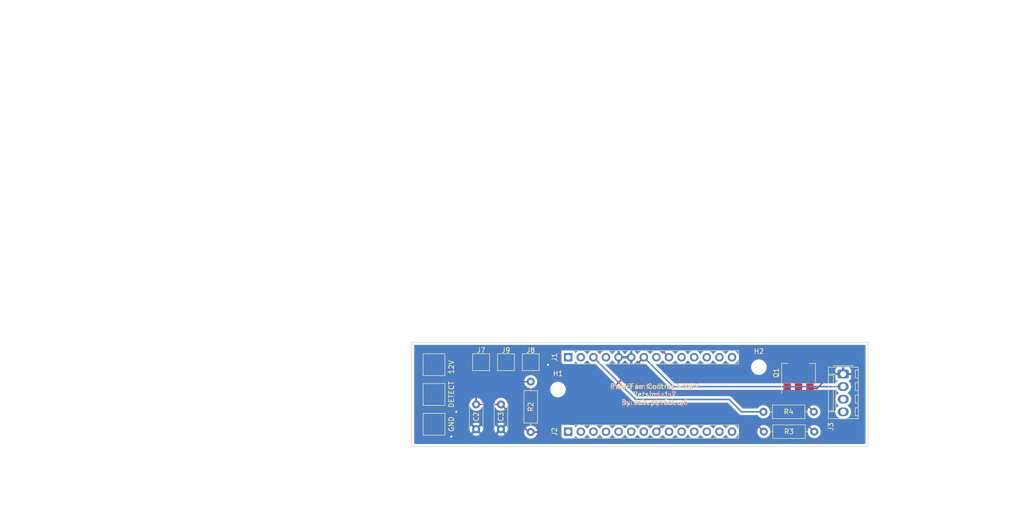
<source format=kicad_pcb>
(kicad_pcb (version 20211014) (generator pcbnew)
  (title_block (title "PWM PC Fan Controller") (date "2022-10-16") (rev "1.2") (company "Personal") (comment 1 "By Joseph Gozum") (comment 2 "PCB Fan Controller for PC Fans (3/4-pin)"))
  (layers (0 "F.Cu" signal) (31 "B.Cu" signal) (34 "B.Paste" user) (35 "F.Paste" user) (36 "B.SilkS" user "B.Silkscreen") (37 "F.SilkS" user "F.Silkscreen") (38 "B.Mask" user) (39 "F.Mask" user) (44 "Edge.Cuts" user))
  (net 0 "")
  (net 1 "+12V")
  (net 2 "/OC0A")
  (net 3 "/Control")
  (net 4 "+3V3")
  (net 5 "GND")
  (net 10 "/AD0")
  (net 29 "/Sense")
  (net 30 "/RPOT_IN")
  (net 31 "/OC0A_B")
  (footprint "Connector_Molex:Molex_KK-254_AE-6410-04A_1x04_P2.54mm_Vertical" (layer "F.Cu") (at 188.5 92.38 -90)
    (fp_text reference "J3" (at 10.62 2.5 90) (layer "F.SilkS"))
    (fp_text value "Conn_01x04_Female")
    (fp_line (start -0.8 -3.03) (end -0.8 -2.43) (layer "F.SilkS") (width 0.12))
    (fp_line (start -1.38 -3.03) (end -1.38 2.99) (layer "F.SilkS") (width 0.12))
    (fp_line (start 9 -3.03) (end -1.38 -3.03) (layer "F.SilkS") (width 0.12))
    (fp_line (start 5.88 -2.43) (end 5.88 -3.03) (layer "F.SilkS") (width 0.12))
    (fp_line (start -1.38 2.99) (end 9 2.99) (layer "F.SilkS") (width 0.12))
    (fp_line (start 8.42 -2.43) (end 8.42 -3.03) (layer "F.SilkS") (width 0.12))
    (fp_line (start 0 1.99) (end 0.25 1.46) (layer "F.SilkS") (width 0.12))
    (fp_line (start 3.34 -2.43) (end 3.34 -3.03) (layer "F.SilkS") (width 0.12))
    (fp_line (start 4.28 -2.43) (end 5.88 -2.43) (layer "F.SilkS") (width 0.12))
    (fp_line (start 1.74 -2.43) (end 3.34 -2.43) (layer "F.SilkS") (width 0.12))
    (fp_line (start 1.74 -3.03) (end 1.74 -2.43) (layer "F.SilkS") (width 0.12))
    (fp_line (start -1.67 -2) (end -1.67 2) (layer "F.SilkS") (width 0.12))
    (fp_line (start 9 2.99) (end 9 -3.03) (layer "F.SilkS") (width 0.12))
    (fp_line (start 0.25 1.46) (end 7.37 1.46) (layer "F.SilkS") (width 0.12))
    (fp_line (start 4.28 -3.03) (end 4.28 -2.43) (layer "F.SilkS") (width 0.12))
    (fp_line (start 0 2.99) (end 0 1.99) (layer "F.SilkS") (width 0.12))
    (fp_line (start 0 1.99) (end 7.62 1.99) (layer "F.SilkS") (width 0.12))
    (fp_line (start 0.8 -2.43) (end 0.8 -3.03) (layer "F.SilkS") (width 0.12))
    (fp_line (start 7.62 1.99) (end 7.62 2.99) (layer "F.SilkS") (width 0.12))
    (fp_line (start -0.8 -2.43) (end 0.8 -2.43) (layer "F.SilkS") (width 0.12))
    (fp_line (start 6.82 -3.03) (end 6.82 -2.43) (layer "F.SilkS") (width 0.12))
    (fp_line (start 7.37 1.46) (end 7.62 1.99) (layer "F.SilkS") (width 0.12))
    (fp_line (start 6.82 -2.43) (end 8.42 -2.43) (layer "F.SilkS") (width 0.12))
    (fp_line (start 0.25 2.99) (end 0.25 1.99) (layer "F.SilkS") (width 0.12))
    (fp_line (start 7.37 2.99) (end 7.37 1.99) (layer "F.SilkS") (width 0.12))
    (pad "1" thru_hole roundrect (at 0 0 270) (size 1.74 2.19) (drill 1.19) (layers *.Cu *.Mask) (roundrect_rratio 0.143678) (net 5 "GND"))
    (pad "2" thru_hole oval (at 2.54 0 270) (size 1.74 2.19) (drill 1.19) (layers *.Cu *.Mask) (net 1 "+12V"))
    (pad "3" thru_hole oval (at 5.08 0 270) (size 1.74 2.19) (drill 1.19) (layers *.Cu *.Mask) (net 29 "/Sense"))
    (pad "4" thru_hole oval (at 7.62 0 270) (size 1.74 2.19) (drill 1.19) (layers *.Cu *.Mask) (net 3 "/Control"))
  )
  (footprint "Capacitor_THT:C_Disc_D5.0mm_W2.5mm_P5.00mm" (layer "F.Cu") (at 119.5 98.5 -90)
    (fp_text reference "C3" (at 2.5 0 -90) (layer "F.SilkS"))
    (fp_text value "10u")
    (fp_line (start -0.12 1.055) (end -0.12 1.37) (layer "F.SilkS") (width 0.12))
    (fp_line (start 5.12 1.055) (end 5.12 1.37) (layer "F.SilkS") (width 0.12))
    (fp_line (start -0.12 -1.37) (end -0.12 -1.055) (layer "F.SilkS") (width 0.12))
    (fp_line (start -0.12 -1.37) (end 5.12 -1.37) (layer "F.SilkS") (width 0.12))
    (fp_line (start 5.12 -1.37) (end 5.12 -1.055) (layer "F.SilkS") (width 0.12))
    (fp_line (start -0.12 1.37) (end 5.12 1.37) (layer "F.SilkS") (width 0.12))
    (pad "1" thru_hole circle (at 0 0 270) (size 1.6 1.6) (drill 0.8) (layers *.Cu *.Mask) (net 1 "+12V"))
    (pad "2" thru_hole circle (at 5 0 270) (size 1.6 1.6) (drill 0.8) (layers *.Cu *.Mask) (net 5 "GND"))
  )
  (footprint "Connector_PinSocket_2.54mm:PinSocket_1x14_P2.54mm_Vertical" (layer "F.Cu") (at 133.06 104 90)
    (fp_text reference "J2" (at 0 -2.77 90) (layer "F.SilkS"))
    (fp_text value "Conn_01x14")
    (fp_line (start -1.33 1.27) (end 1.33 1.27) (layer "F.SilkS") (width 0.12))
    (fp_line (start 1.33 1.27) (end 1.33 34.35) (layer "F.SilkS") (width 0.12))
    (fp_line (start -1.33 34.35) (end 1.33 34.35) (layer "F.SilkS") (width 0.12))
    (fp_line (start 0 -1.33) (end 1.33 -1.33) (layer "F.SilkS") (width 0.12))
    (fp_line (start -1.33 1.27) (end -1.33 34.35) (layer "F.SilkS") (width 0.12))
    (fp_line (start 1.33 -1.33) (end 1.33 0) (layer "F.SilkS") (width 0.12))
    (pad "1" thru_hole rect (at 0 0 90) (size 1.7 1.7) (drill 1) (layers *.Cu *.Mask))
    (pad "2" thru_hole oval (at 0 2.54 90) (size 1.7 1.7) (drill 1) (layers *.Cu *.Mask))
    (pad "3" thru_hole oval (at 0 5.08 90) (size 1.7 1.7) (drill 1) (layers *.Cu *.Mask))
    (pad "4" thru_hole oval (at 0 7.62 90) (size 1.7 1.7) (drill 1) (layers *.Cu *.Mask))
    (pad "5" thru_hole oval (at 0 10.16 90) (size 1.7 1.7) (drill 1) (layers *.Cu *.Mask))
    (pad "6" thru_hole oval (at 0 12.7 90) (size 1.7 1.7) (drill 1) (layers *.Cu *.Mask))
    (pad "7" thru_hole oval (at 0 15.24 90) (size 1.7 1.7) (drill 1) (layers *.Cu *.Mask))
    (pad "8" thru_hole oval (at 0 17.78 90) (size 1.7 1.7) (drill 1) (layers *.Cu *.Mask) (net 2 "/OC0A"))
    (pad "9" thru_hole oval (at 0 20.32 90) (size 1.7 1.7) (drill 1) (layers *.Cu *.Mask))
    (pad "10" thru_hole oval (at 0 22.86 90) (size 1.7 1.7) (drill 1) (layers *.Cu *.Mask))
    (pad "11" thru_hole oval (at 0 25.4 90) (size 1.7 1.7) (drill 1) (layers *.Cu *.Mask))
    (pad "12" thru_hole oval (at 0 27.94 90) (size 1.7 1.7) (drill 1) (layers *.Cu *.Mask))
    (pad "13" thru_hole oval (at 0 30.48 90) (size 1.7 1.7) (drill 1) (layers *.Cu *.Mask))
    (pad "14" thru_hole oval (at 0 33.02 90) (size 1.7 1.7) (drill 1) (layers *.Cu *.Mask))
  )
  (footprint "MountingHole:MountingHole_2.1mm" (layer "F.Cu") (at 171.5 91)
    (fp_text reference "H2" (at 0 -3.2) (layer "F.SilkS"))
    (fp_text value "MountingHole_2.1mm")
    (pad "" np_thru_hole circle (at 0 0) (size 2.1 2.1) (drill 2.1) (layers F&B.Cu *.Mask))
  )
  (footprint "TestPoint:TestPoint_Pad_3.0x3.0mm" (layer "F.Cu") (at 120.5 90)
    (fp_text reference "J9" (at 0 -2.398) (layer "F.SilkS"))
    (fp_text value "Conn_01x01_Female")
    (fp_line (start 1.7 -1.7) (end 1.7 1.7) (layer "F.SilkS") (width 0.12))
    (fp_line (start -1.7 -1.7) (end 1.7 -1.7) (layer "F.SilkS") (width 0.12))
    (fp_line (start 1.7 1.7) (end -1.7 1.7) (layer "F.SilkS") (width 0.12))
    (fp_line (start -1.7 1.7) (end -1.7 -1.7) (layer "F.SilkS") (width 0.12))
    (pad "1" smd rect (at 0 0) (size 3 3) (layers "F.Cu" "F.Mask") (net 10 "/AD0"))
  )
  (footprint "Package_TO_SOT_SMD:SOT-223-3_TabPin2" (layer "F.Cu") (at 179.5 92.15 90)
    (fp_text reference "Q1" (at 0 -4.5 90) (layer "F.SilkS"))
    (fp_text value "FZT651TA")
    (fp_line (start 1.91 -3.41) (end 1.91 -2.15) (layer "F.SilkS") (width 0.12))
    (fp_line (start -4.1 -3.41) (end 1.91 -3.41) (layer "F.SilkS") (width 0.12))
    (fp_line (start 1.91 3.41) (end 1.91 2.15) (layer "F.SilkS") (width 0.12))
    (fp_line (start -1.85 3.41) (end 1.91 3.41) (layer "F.SilkS") (width 0.12))
    (pad "1" smd rect (at -3.15 -2.3 90) (size 2 1.5) (layers "F.Cu" "F.Paste" "F.Mask") (net 31 "/OC0A_B"))
    (pad "2" smd rect (at -3.15 0 90) (size 2 1.5) (layers "F.Cu" "F.Paste" "F.Mask") (net 3 "/Control"))
    (pad "2" smd rect (at 3.15 0 90) (size 2 3.8) (layers "F.Cu" "F.Paste" "F.Mask") (net 3 "/Control"))
    (pad "3" smd rect (at -3.15 2.3 90) (size 2 1.5) (layers "F.Cu" "F.Paste" "F.Mask") (net 5 "GND"))
  )
  (footprint "MountingHole:MountingHole_2.1mm" (layer "F.Cu") (at 131 95.5)
    (fp_text reference "H1" (at 0 -3.2) (layer "F.SilkS"))
    (fp_text value "MountingHole_2.1mm")
    (pad "" np_thru_hole circle (at 0 0) (size 2.1 2.1) (drill 2.1) (layers F&B.Cu *.Mask))
  )
  (footprint "Connector_PinSocket_2.54mm:PinSocket_1x14_P2.54mm_Vertical" (layer "F.Cu") (at 133.06 89 90)
    (fp_text reference "J1" (at 0 -2.77 90) (layer "F.SilkS"))
    (fp_text value "Conn_01x14")
    (fp_line (start 1.33 1.27) (end 1.33 34.35) (layer "F.SilkS") (width 0.12))
    (fp_line (start -1.33 1.27) (end 1.33 1.27) (layer "F.SilkS") (width 0.12))
    (fp_line (start -1.33 1.27) (end -1.33 34.35) (layer "F.SilkS") (width 0.12))
    (fp_line (start 0 -1.33) (end 1.33 -1.33) (layer "F.SilkS") (width 0.12))
    (fp_line (start 1.33 -1.33) (end 1.33 0) (layer "F.SilkS") (width 0.12))
    (fp_line (start -1.33 34.35) (end 1.33 34.35) (layer "F.SilkS") (width 0.12))
    (pad "1" thru_hole rect (at 0 0 90) (size 1.7 1.7) (drill 1) (layers *.Cu *.Mask))
    (pad "2" thru_hole oval (at 0 2.54 90) (size 1.7 1.7) (drill 1) (layers *.Cu *.Mask))
    (pad "3" thru_hole oval (at 0 5.08 90) (size 1.7 1.7) (drill 1) (layers *.Cu *.Mask) (net 4 "+3V3"))
    (pad "4" thru_hole oval (at 0 7.62 90) (size 1.7 1.7) (drill 1) (layers *.Cu *.Mask))
    (pad "5" thru_hole oval (at 0 10.16 90) (size 1.7 1.7) (drill 1) (layers *.Cu *.Mask) (net 5 "GND"))
    (pad "6" thru_hole oval (at 0 12.7 90) (size 1.7 1.7) (drill 1) (layers *.Cu *.Mask) (net 5 "GND"))
    (pad "7" thru_hole oval (at 0 15.24 90) (size 1.7 1.7) (drill 1) (layers *.Cu *.Mask) (net 1 "+12V"))
    (pad "8" thru_hole oval (at 0 17.78 90) (size 1.7 1.7) (drill 1) (layers *.Cu *.Mask))
    (pad "9" thru_hole oval (at 0 20.32 90) (size 1.7 1.7) (drill 1) (layers *.Cu *.Mask) (net 10 "/AD0"))
    (pad "10" thru_hole oval (at 0 22.86 90) (size 1.7 1.7) (drill 1) (layers *.Cu *.Mask))
    (pad "11" thru_hole oval (at 0 25.4 90) (size 1.7 1.7) (drill 1) (layers *.Cu *.Mask))
    (pad "12" thru_hole oval (at 0 27.94 90) (size 1.7 1.7) (drill 1) (layers *.Cu *.Mask))
    (pad "13" thru_hole oval (at 0 30.48 90) (size 1.7 1.7) (drill 1) (layers *.Cu *.Mask))
    (pad "14" thru_hole oval (at 0 33.02 90) (size 1.7 1.7) (drill 1) (layers *.Cu *.Mask))
  )
  (footprint "TestPoint:TestPoint_Pad_4.0x4.0mm" (layer "F.Cu") (at 106 102.5 -90)
    (fp_text reference "J6" hide)
    (fp_text value "Conn_01x01_Female")
    (fp_line (start 2.2 2.2) (end -2.2 2.2) (layer "F.SilkS") (width 0.12))
    (fp_line (start -2.2 2.2) (end -2.2 -2.2) (layer "F.SilkS") (width 0.12))
    (fp_line (start -2.2 -2.2) (end 2.2 -2.2) (layer "F.SilkS") (width 0.12))
    (fp_line (start 2.2 -2.2) (end 2.2 2.2) (layer "F.SilkS") (width 0.12))
    (pad "1" smd rect (at 0 0 270) (size 4 4) (layers "F.Cu" "F.Mask") (net 5 "GND"))
  )
  (footprint "Resistor_THT:R_Axial_DIN0207_L6.3mm_D2.5mm_P10.16mm_Horizontal" (layer "F.Cu") (at 172.5 104)
    (fp_text reference "R3" (at 5.08 0) (layer "F.SilkS"))
    (fp_text value "4.7k")
    (fp_line (start 1.81 1.37) (end 8.35 1.37) (layer "F.SilkS") (width 0.12))
    (fp_line (start 1.81 -1.37) (end 1.81 1.37) (layer "F.SilkS") (width 0.12))
    (fp_line (start 1.04 0) (end 1.81 0) (layer "F.SilkS") (width 0.12))
    (fp_line (start 8.35 1.37) (end 8.35 -1.37) (layer "F.SilkS") (width 0.12))
    (fp_line (start 9.12 0) (end 8.35 0) (layer "F.SilkS") (width 0.12))
    (fp_line (start 8.35 -1.37) (end 1.81 -1.37) (layer "F.SilkS") (width 0.12))
    (pad "1" thru_hole circle (at 0 0) (size 1.6 1.6) (drill 0.8) (layers *.Cu *.Mask) (net 2 "/OC0A"))
    (pad "2" thru_hole oval (at 10.16 0) (size 1.6 1.6) (drill 0.8) (layers *.Cu *.Mask) (net 31 "/OC0A_B"))
  )
  (footprint "TestPoint:TestPoint_Pad_3.0x3.0mm" (layer "F.Cu") (at 125.5 90)
    (fp_text reference "J8" (at 0 -2.398) (layer "F.SilkS"))
    (fp_text value "Conn_01x01_Female")
    (fp_line (start 1.7 1.7) (end -1.7 1.7) (layer "F.SilkS") (width 0.12))
    (fp_line (start -1.7 -1.7) (end 1.7 -1.7) (layer "F.SilkS") (width 0.12))
    (fp_line (start -1.7 1.7) (end -1.7 -1.7) (layer "F.SilkS") (width 0.12))
    (fp_line (start 1.7 -1.7) (end 1.7 1.7) (layer "F.SilkS") (width 0.12))
    (pad "1" smd rect (at 0 0) (size 3 3) (layers "F.Cu" "F.Mask") (net 5 "GND"))
  )
  (footprint "Resistor_THT:R_Axial_DIN0207_L6.3mm_D2.5mm_P10.16mm_Horizontal" (layer "F.Cu") (at 182.58 100 180)
    (fp_text reference "R4" (at 5.08 0) (layer "F.SilkS"))
    (fp_text value "4.7k")
    (fp_line (start 8.35 -1.37) (end 1.81 -1.37) (layer "F.SilkS") (width 0.12))
    (fp_line (start 1.04 0) (end 1.81 0) (layer "F.SilkS") (width 0.12))
    (fp_line (start 8.35 1.37) (end 8.35 -1.37) (layer "F.SilkS") (width 0.12))
    (fp_line (start 1.81 1.37) (end 8.35 1.37) (layer "F.SilkS") (width 0.12))
    (fp_line (start 9.12 0) (end 8.35 0) (layer "F.SilkS") (width 0.12))
    (fp_line (start 1.81 -1.37) (end 1.81 1.37) (layer "F.SilkS") (width 0.12))
    (pad "1" thru_hole circle (at 0 0 180) (size 1.6 1.6) (drill 0.8) (layers *.Cu *.Mask) (net 3 "/Control"))
    (pad "2" thru_hole oval (at 10.16 0 180) (size 1.6 1.6) (drill 0.8) (layers *.Cu *.Mask) (net 4 "+3V3"))
  )
  (footprint "TestPoint:TestPoint_Pad_4.0x4.0mm" (layer "F.Cu") (at 106 90.5 -90)
    (fp_text reference "J4" hide)
    (fp_text value "Conn_01x01_Female")
    (fp_line (start 2.2 -2.2) (end 2.2 2.2) (layer "F.SilkS") (width 0.12))
    (fp_line (start -2.2 -2.2) (end 2.2 -2.2) (layer "F.SilkS") (width 0.12))
    (fp_line (start 2.2 2.2) (end -2.2 2.2) (layer "F.SilkS") (width 0.12))
    (fp_line (start -2.2 2.2) (end -2.2 -2.2) (layer "F.SilkS") (width 0.12))
    (pad "1" smd rect (at 0 0 270) (size 4 4) (layers "F.Cu" "F.Mask") (net 1 "+12V"))
  )
  (footprint "Resistor_THT:R_Axial_DIN0207_L6.3mm_D2.5mm_P10.16mm_Horizontal" (layer "F.Cu") (at 125.5 104.08 90)
    (fp_text reference "R2" (at 5.08 0 90) (layer "F.SilkS"))
    (fp_text value "28k")
    (fp_line (start 1.81 1.37) (end 8.35 1.37) (layer "F.SilkS") (width 0.12))
    (fp_line (start 8.35 1.37) (end 8.35 -1.37) (layer "F.SilkS") (width 0.12))
    (fp_line (start 1.04 0) (end 1.81 0) (layer "F.SilkS") (width 0.12))
    (fp_line (start 9.12 0) (end 8.35 0) (layer "F.SilkS") (width 0.12))
    (fp_line (start 1.81 -1.37) (end 1.81 1.37) (layer "F.SilkS") (width 0.12))
    (fp_line (start 8.35 -1.37) (end 1.81 -1.37) (layer "F.SilkS") (width 0.12))
    (pad "1" thru_hole circle (at 0 0 90) (size 1.6 1.6) (drill 0.8) (layers *.Cu *.Mask) (net 1 "+12V"))
    (pad "2" thru_hole oval (at 10.16 0 90) (size 1.6 1.6) (drill 0.8) (layers *.Cu *.Mask) (net 30 "/RPOT_IN"))
  )
  (footprint "Capacitor_THT:C_Disc_D5.0mm_W2.5mm_P5.00mm" (layer "F.Cu") (at 114.5 98.5 -90)
    (fp_text reference "C2" (at 2.5 0 -90) (layer "F.SilkS"))
    (fp_text value "0.1u")
    (fp_line (start -0.12 1.37) (end 5.12 1.37) (layer "F.SilkS") (width 0.12))
    (fp_line (start -0.12 -1.37) (end -0.12 -1.055) (layer "F.SilkS") (width 0.12))
    (fp_line (start 5.12 -1.37) (end 5.12 -1.055) (layer "F.SilkS") (width 0.12))
    (fp_line (start -0.12 1.055) (end -0.12 1.37) (layer "F.SilkS") (width 0.12))
    (fp_line (start 5.12 1.055) (end 5.12 1.37) (layer "F.SilkS") (width 0.12))
    (fp_line (start -0.12 -1.37) (end 5.12 -1.37) (layer "F.SilkS") (width 0.12))
    (pad "1" thru_hole circle (at 0 0 270) (size 1.6 1.6) (drill 0.8) (layers *.Cu *.Mask) (net 1 "+12V"))
    (pad "2" thru_hole circle (at 5 0 270) (size 1.6 1.6) (drill 0.8) (layers *.Cu *.Mask) (net 5 "GND"))
  )
  (footprint "TestPoint:TestPoint_Pad_4.0x4.0mm" (layer "F.Cu") (at 106 96.5 180)
    (fp_text reference "J5" hide)
    (fp_text value "Conn_01x01_Female")
    (fp_line (start 2.2 -2.2) (end 2.2 2.2) (layer "F.SilkS") (width 0.12))
    (fp_line (start -2.2 2.2) (end -2.2 -2.2) (layer "F.SilkS") (width 0.12))
    (fp_line (start -2.2 -2.2) (end 2.2 -2.2) (layer "F.SilkS") (width 0.12))
    (fp_line (start 2.2 2.2) (end -2.2 2.2) (layer "F.SilkS") (width 0.12))
    (pad "1" smd rect (at 0 0 180) (size 4 4) (layers "F.Cu" "F.Mask") (net 5 "GND"))
  )
  (footprint "TestPoint:TestPoint_Pad_3.0x3.0mm" (layer "F.Cu") (at 115.5 90)
    (fp_text reference "J7" (at 0 -2.398) (layer "F.SilkS"))
    (fp_text value "Conn_01x01_Female")
    (fp_line (start 1.7 1.7) (end -1.7 1.7) (layer "F.SilkS") (width 0.12))
    (fp_line (start -1.7 -1.7) (end 1.7 -1.7) (layer "F.SilkS") (width 0.12))
    (fp_line (start -1.7 1.7) (end -1.7 -1.7) (layer "F.SilkS") (width 0.12))
    (fp_line (start 1.7 -1.7) (end 1.7 1.7) (layer "F.SilkS") (width 0.12))
    (pad "1" smd rect (at 0 0) (size 3 3) (layers "F.Cu" "F.Mask") (net 30 "/RPOT_IN"))
  )
  (gr_rect (start 101.5 86) (end 193.5 107) (layer "Edge.Cuts") (width 0.1) (fill none))
  (gr_text "PWM Fan Control Board\nVersion 1.2\nBy Joseph Gozum" (at 150.5 96.5) (layer "B.SilkS") (effects (font (size 1 1)) (justify mirror)))
  (gr_text "DETECT" (at 109.5 96.5 90) (layer "F.SilkS") (effects (font (size 1 1))))
  (gr_text "PWM Fan Control Board\nVersion 1.2\nBy Joseph Gozum" (at 150.5 96.5) (layer "F.SilkS") (effects (font (size 1 1))))
  (gr_text "12V" (at 109.5 91 90) (layer "F.SilkS") (effects (font (size 1 1))))
  (gr_text "GND\n" (at 109.5 102.5 90) (layer "F.SilkS") (effects (font (size 1 1))))
  (segment (start 114.5 98.5) (end 119.5 98.5) (width 0.3) (layer "F.Cu") (net 1))
  (segment (start 141.3 96) (end 148.3 89) (width 0.3) (layer "F.Cu") (net 1))
  (segment (start 109 90.5) (end 114.5 96) (width 0.3) (layer "F.Cu") (net 1))
  (segment (start 127.42 104.08) (end 135.5 96) (width 0.3) (layer "F.Cu") (net 1))
  (segment (start 135.5 96) (end 141.3 96) (width 0.3) (layer "F.Cu") (net 1))
  (segment (start 125.5 104.08) (end 127.42 104.08) (width 0.3) (layer "F.Cu") (net 1))
  (segment (start 106 90.5) (end 109 90.5) (width 0.3) (layer "F.Cu") (net 1))
  (segment (start 119.5 98.5) (end 125.08 104.08) (width 0.3) (layer "F.Cu") (net 1))
  (segment (start 125.08 104.08) (end 125.5 104.08) (width 0.3) (layer "F.Cu") (net 1))
  (segment (start 114.5 96) (end 114.5 98.5) (width 0.3) (layer "F.Cu") (net 1))
  (segment (start 148.3 89) (end 154.22 94.92) (width 0.3) (layer "B.Cu") (net 1))
  (segment (start 154.22 94.92) (end 188.5 94.92) (width 0.3) (layer "B.Cu") (net 1))
  (segment (start 152.476443 102.363557) (end 170.863557 102.363557) (width 0.25) (layer "F.Cu") (net 2))
  (segment (start 150.84 104) (end 152.476443 102.363557) (width 0.25) (layer "F.Cu") (net 2))
  (segment (start 170.863557 102.363557) (end 172.5 104) (width 0.25) (layer "F.Cu") (net 2))
  (segment (start 182.58 100) (end 179.5 96.92) (width 0.25) (layer "F.Cu") (net 3))
  (segment (start 179.5 95.3) (end 179.5 89) (width 0.25) (layer "F.Cu") (net 3))
  (segment (start 179.5 96.92) (end 179.5 95.3) (width 0.25) (layer "F.Cu") (net 3))
  (segment (start 168 100) (end 172.42 100) (width 0.3) (layer "B.Cu") (net 4))
  (segment (start 165.5 97.5) (end 168 100) (width 0.3) (layer "B.Cu") (net 4))
  (segment (start 146.64 97.5) (end 165.5 97.5) (width 0.3) (layer "B.Cu") (net 4))
  (segment (start 138.14 89) (end 146.64 97.5) (width 0.3) (layer "B.Cu") (net 4))
  (segment (start 125.5 90) (end 128.5 90) (width 0.3) (layer "F.Cu") (net 5))
  (segment (start 181.8 95.3) (end 183.2 95.3) (width 0.3) (layer "F.Cu") (net 5))
  (segment (start 183.2 95.3) (end 186.12 92.38) (width 0.3) (layer "F.Cu") (net 5))
  (segment (start 108.5 105) (end 109.5 105) (width 0.3) (layer "F.Cu") (net 5))
  (segment (start 106 102.5) (end 108.5 105) (width 0.3) (layer "F.Cu") (net 5))
  (segment (start 186.12 92.38) (end 188.5 92.38) (width 0.3) (layer "F.Cu") (net 5))
  (segment (start 106 96.5) (end 109.5 100) (width 0.3) (layer "F.Cu") (net 5))
  (segment (start 109.5 100) (end 110.5 100) (width 0.3) (layer "F.Cu") (net 5))
  (segment (start 128.5 90) (end 129 90.5) (width 0.3) (layer "F.Cu") (net 5))
  (via (at 129 90.5) (size 0.8) (drill 0.4) (layers "F.Cu" "B.Cu") (net 5))
  (via (at 110.5 100) (size 0.8) (drill 0.4) (layers "F.Cu" "B.Cu") (net 5))
  (via (at 109.5 105) (size 0.8) (drill 0.4) (layers "F.Cu" "B.Cu") (net 5))
  (segment (start 120.5 90) (end 123 87.5) (width 0.25) (layer "F.Cu") (net 10))
  (segment (start 123 87.5) (end 151.88 87.5) (width 0.25) (layer "F.Cu") (net 10))
  (segment (start 151.88 87.5) (end 153.38 89) (width 0.25) (layer "F.Cu") (net 10))
  (segment (start 119.42 93.92) (end 125.5 93.92) (width 0.25) (layer "F.Cu") (net 30))
  (segment (start 115.5 90) (end 119.42 93.92) (width 0.25) (layer "F.Cu") (net 30))
  (segment (start 177.2 98.54) (end 182.66 104) (width 0.25) (layer "F.Cu") (net 31))
  (segment (start 177.2 95.3) (end 177.2 98.54) (width 0.25) (layer "F.Cu") (net 31))
  (zone (net 5) (net_name "GND") (layer "B.Cu") (connect_pads (clearance 0.508)) (min_thickness 0.254) (fill yes (thermal_gap 0.508) (thermal_bridge_width 0.508))
    (polygon (pts (xy 193.5 107) (xy 101.5 107) (xy 101.5 86) (xy 193.5 86)))
  )
)
</source>
